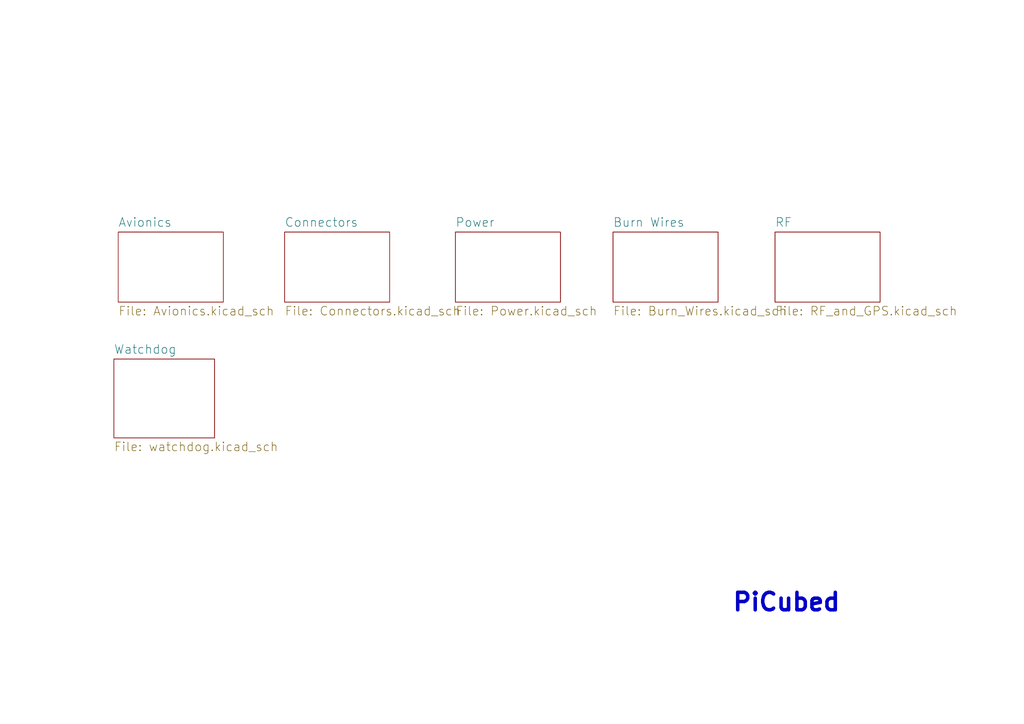
<source format=kicad_sch>
(kicad_sch
	(version 20231120)
	(generator "eeschema")
	(generator_version "8.0")
	(uuid "db20b18b-d25a-428e-8229-70a189e1de75")
	(paper "A4")
	(title_block
		(title "PyCubed Mainboard")
		(date "2024-11-24")
		(rev "v06c")
		(company "Stanford Student Space Initiative")
		(comment 1 "Ethan Brinser")
	)
	(lib_symbols)
	(text "PiCubed"
		(exclude_from_sim no)
		(at 212.09 177.8 0)
		(effects
			(font
				(size 5.08 5.08)
				(thickness 1.016)
				(bold yes)
			)
			(justify left bottom)
		)
		(uuid "7b5099dd-420b-44c2-b627-49f3bf6e2c57")
	)
	(sheet
		(at 34.29 67.31)
		(size 30.48 20.32)
		(fields_autoplaced yes)
		(stroke
			(width 0)
			(type solid)
		)
		(fill
			(color 0 0 0 0.0000)
		)
		(uuid "00000000-0000-0000-0000-00005cec5a72")
		(property "Sheetname" "Avionics"
			(at 34.29 65.9634 0)
			(effects
				(font
					(size 2.54 2.54)
				)
				(justify left bottom)
			)
		)
		(property "Sheetfile" "Avionics.kicad_sch"
			(at 34.29 88.7226 0)
			(effects
				(font
					(size 2.54 2.54)
				)
				(justify left top)
			)
		)
		(instances
			(project "mainboard"
				(path "/db20b18b-d25a-428e-8229-70a189e1de75"
					(page "2")
				)
			)
		)
	)
	(sheet
		(at 132.08 67.31)
		(size 30.48 20.32)
		(fields_autoplaced yes)
		(stroke
			(width 0)
			(type solid)
		)
		(fill
			(color 0 0 0 0.0000)
		)
		(uuid "00000000-0000-0000-0000-00005cec5dde")
		(property "Sheetname" "Power"
			(at 132.08 65.9634 0)
			(effects
				(font
					(size 2.54 2.54)
				)
				(justify left bottom)
			)
		)
		(property "Sheetfile" "Power.kicad_sch"
			(at 132.08 88.7226 0)
			(effects
				(font
					(size 2.54 2.54)
				)
				(justify left top)
			)
		)
		(instances
			(project "mainboard"
				(path "/db20b18b-d25a-428e-8229-70a189e1de75"
					(page "5")
				)
			)
		)
	)
	(sheet
		(at 82.55 67.31)
		(size 30.48 20.32)
		(fields_autoplaced yes)
		(stroke
			(width 0)
			(type solid)
		)
		(fill
			(color 0 0 0 0.0000)
		)
		(uuid "00000000-0000-0000-0000-00005cec60eb")
		(property "Sheetname" "Connectors"
			(at 82.55 65.9634 0)
			(effects
				(font
					(size 2.54 2.54)
				)
				(justify left bottom)
			)
		)
		(property "Sheetfile" "Connectors.kicad_sch"
			(at 82.55 88.7226 0)
			(effects
				(font
					(size 2.54 2.54)
				)
				(justify left top)
			)
		)
		(instances
			(project "mainboard"
				(path "/db20b18b-d25a-428e-8229-70a189e1de75"
					(page "4")
				)
			)
		)
	)
	(sheet
		(at 224.79 67.31)
		(size 30.48 20.32)
		(fields_autoplaced yes)
		(stroke
			(width 0)
			(type solid)
		)
		(fill
			(color 0 0 0 0.0000)
		)
		(uuid "00000000-0000-0000-0000-00005cec6281")
		(property "Sheetname" "RF"
			(at 224.79 65.9634 0)
			(effects
				(font
					(size 2.54 2.54)
				)
				(justify left bottom)
			)
		)
		(property "Sheetfile" "RF_and_GPS.kicad_sch"
			(at 224.79 88.7226 0)
			(effects
				(font
					(size 2.54 2.54)
				)
				(justify left top)
			)
		)
		(instances
			(project "mainboard"
				(path "/db20b18b-d25a-428e-8229-70a189e1de75"
					(page "7")
				)
			)
		)
	)
	(sheet
		(at 177.8 67.31)
		(size 30.48 20.32)
		(fields_autoplaced yes)
		(stroke
			(width 0)
			(type solid)
		)
		(fill
			(color 0 0 0 0.0000)
		)
		(uuid "00000000-0000-0000-0000-00005cec6476")
		(property "Sheetname" "Burn Wires"
			(at 177.8 65.9634 0)
			(effects
				(font
					(size 2.54 2.54)
				)
				(justify left bottom)
			)
		)
		(property "Sheetfile" "Burn_Wires.kicad_sch"
			(at 177.8 88.7226 0)
			(effects
				(font
					(size 2.54 2.54)
				)
				(justify left top)
			)
		)
		(instances
			(project "mainboard"
				(path "/db20b18b-d25a-428e-8229-70a189e1de75"
					(page "6")
				)
			)
		)
	)
	(sheet
		(at 33.02 104.14)
		(size 29.21 22.86)
		(fields_autoplaced yes)
		(stroke
			(width 0.1524)
			(type solid)
		)
		(fill
			(color 0 0 0 0.0000)
		)
		(uuid "a393ea4a-5f4e-4c0f-917f-6d28e91dd546")
		(property "Sheetname" "Watchdog"
			(at 33.02 102.7934 0)
			(effects
				(font
					(size 2.54 2.54)
				)
				(justify left bottom)
			)
		)
		(property "Sheetfile" "watchdog.kicad_sch"
			(at 33.02 128.0926 0)
			(effects
				(font
					(size 2.54 2.54)
				)
				(justify left top)
			)
		)
		(instances
			(project "mainboard"
				(path "/db20b18b-d25a-428e-8229-70a189e1de75"
					(page "7")
				)
			)
		)
	)
	(sheet_instances
		(path "/"
			(page "1")
		)
	)
)

</source>
